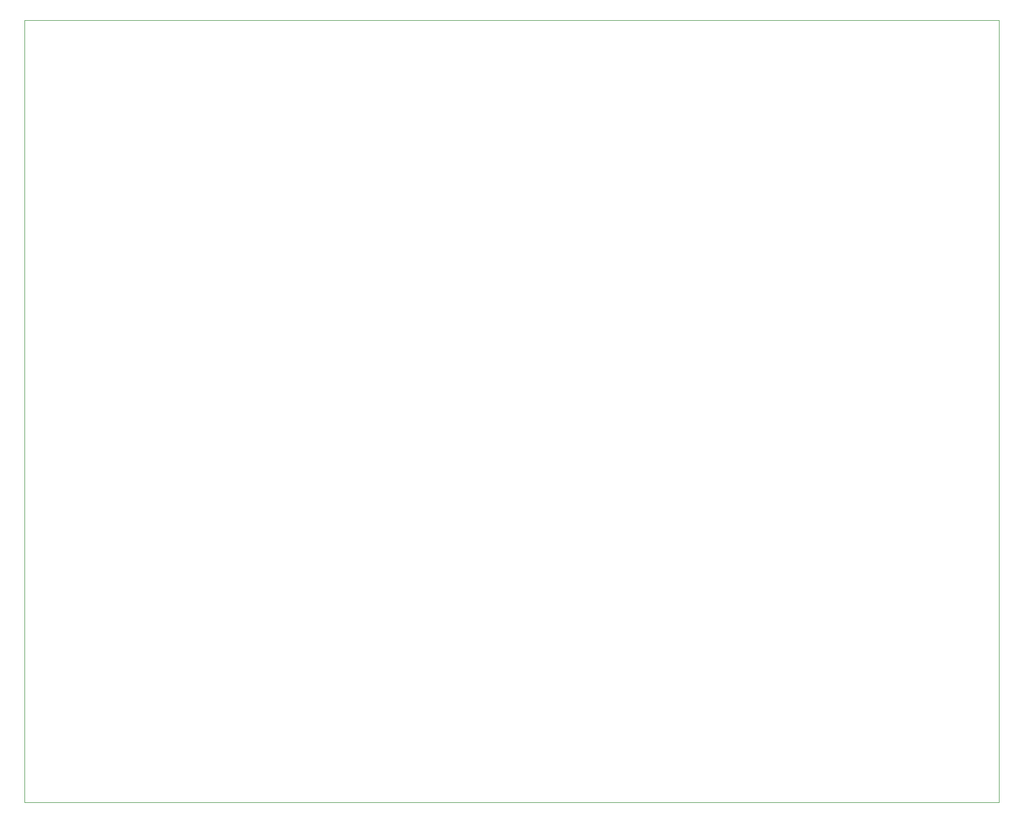
<source format=gm1>
G04 #@! TF.GenerationSoftware,KiCad,Pcbnew,7.0.7*
G04 #@! TF.CreationDate,2023-08-22T15:23:37-04:00*
G04 #@! TF.ProjectId,1 - Backplkane,31202d20-4261-4636-9b70-6c6b616e652e,2*
G04 #@! TF.SameCoordinates,Original*
G04 #@! TF.FileFunction,Profile,NP*
%FSLAX46Y46*%
G04 Gerber Fmt 4.6, Leading zero omitted, Abs format (unit mm)*
G04 Created by KiCad (PCBNEW 7.0.7) date 2023-08-22 15:23:37*
%MOMM*%
%LPD*%
G01*
G04 APERTURE LIST*
G04 #@! TA.AperFunction,Profile*
%ADD10C,0.100000*%
G04 #@! TD*
G04 APERTURE END LIST*
D10*
X190500000Y-35560000D02*
X190500000Y-160020000D01*
X35560000Y-160020000D02*
X190500000Y-160020000D01*
X35560000Y-160020000D02*
X35560000Y-35560000D01*
X190500000Y-35560000D02*
X35560000Y-35560000D01*
M02*

</source>
